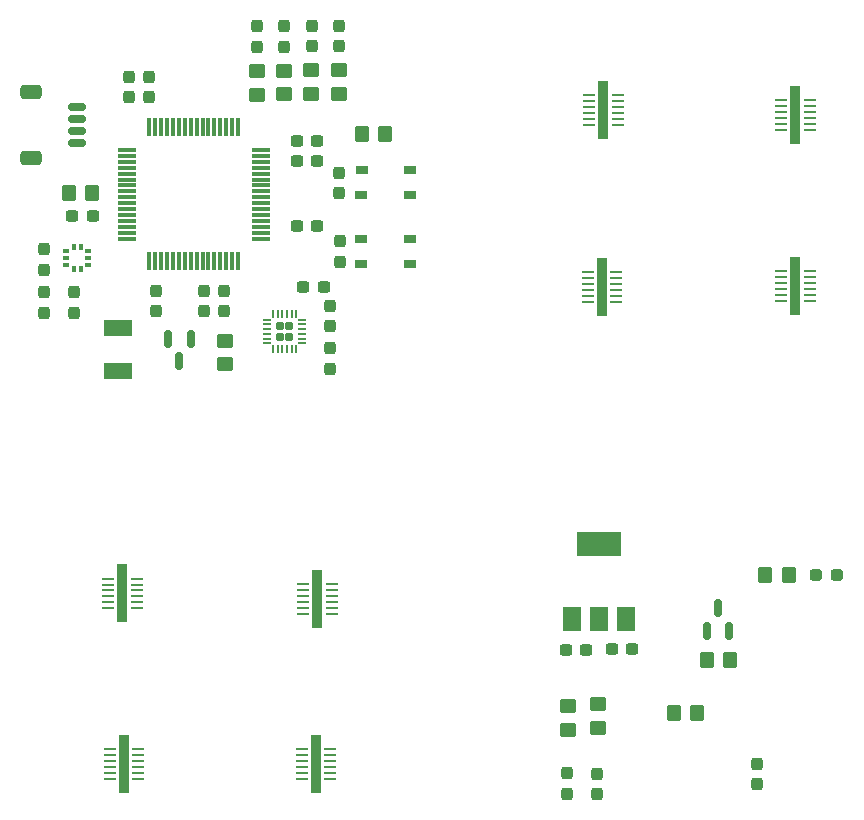
<source format=gtp>
G04 #@! TF.GenerationSoftware,KiCad,Pcbnew,(6.0.7)*
G04 #@! TF.CreationDate,2023-02-21T22:38:56+09:00*
G04 #@! TF.ProjectId,OmniDirectional_UAV,4f6d6e69-4469-4726-9563-74696f6e616c,rev?*
G04 #@! TF.SameCoordinates,Original*
G04 #@! TF.FileFunction,Paste,Top*
G04 #@! TF.FilePolarity,Positive*
%FSLAX46Y46*%
G04 Gerber Fmt 4.6, Leading zero omitted, Abs format (unit mm)*
G04 Created by KiCad (PCBNEW (6.0.7)) date 2023-02-21 22:38:56*
%MOMM*%
%LPD*%
G01*
G04 APERTURE LIST*
G04 Aperture macros list*
%AMRoundRect*
0 Rectangle with rounded corners*
0 $1 Rounding radius*
0 $2 $3 $4 $5 $6 $7 $8 $9 X,Y pos of 4 corners*
0 Add a 4 corners polygon primitive as box body*
4,1,4,$2,$3,$4,$5,$6,$7,$8,$9,$2,$3,0*
0 Add four circle primitives for the rounded corners*
1,1,$1+$1,$2,$3*
1,1,$1+$1,$4,$5*
1,1,$1+$1,$6,$7*
1,1,$1+$1,$8,$9*
0 Add four rect primitives between the rounded corners*
20,1,$1+$1,$2,$3,$4,$5,0*
20,1,$1+$1,$4,$5,$6,$7,0*
20,1,$1+$1,$6,$7,$8,$9,0*
20,1,$1+$1,$8,$9,$2,$3,0*%
%AMFreePoly0*
4,1,14,0.266715,0.088284,0.363284,-0.008285,0.375000,-0.036569,0.375000,-0.060000,0.363284,-0.088284,0.335000,-0.100000,-0.335000,-0.100000,-0.363284,-0.088284,-0.375000,-0.060000,-0.375000,0.060000,-0.363284,0.088284,-0.335000,0.100000,0.238431,0.100000,0.266715,0.088284,0.266715,0.088284,$1*%
%AMFreePoly1*
4,1,14,0.363284,0.088284,0.375000,0.060000,0.375000,0.036569,0.363284,0.008285,0.266715,-0.088284,0.238431,-0.100000,-0.335000,-0.100000,-0.363284,-0.088284,-0.375000,-0.060000,-0.375000,0.060000,-0.363284,0.088284,-0.335000,0.100000,0.335000,0.100000,0.363284,0.088284,0.363284,0.088284,$1*%
%AMFreePoly2*
4,1,14,0.088284,0.363284,0.100000,0.335000,0.100000,-0.335000,0.088284,-0.363284,0.060000,-0.375000,-0.060000,-0.375000,-0.088284,-0.363284,-0.100000,-0.335000,-0.100000,0.238431,-0.088284,0.266715,0.008285,0.363284,0.036569,0.375000,0.060000,0.375000,0.088284,0.363284,0.088284,0.363284,$1*%
%AMFreePoly3*
4,1,14,-0.008285,0.363284,0.088284,0.266715,0.100000,0.238431,0.100000,-0.335000,0.088284,-0.363284,0.060000,-0.375000,-0.060000,-0.375000,-0.088284,-0.363284,-0.100000,-0.335000,-0.100000,0.335000,-0.088284,0.363284,-0.060000,0.375000,-0.036569,0.375000,-0.008285,0.363284,-0.008285,0.363284,$1*%
%AMFreePoly4*
4,1,14,0.363284,0.088284,0.375000,0.060000,0.375000,-0.060000,0.363284,-0.088284,0.335000,-0.100000,-0.238431,-0.100000,-0.266715,-0.088284,-0.363284,0.008285,-0.375000,0.036569,-0.375000,0.060000,-0.363284,0.088284,-0.335000,0.100000,0.335000,0.100000,0.363284,0.088284,0.363284,0.088284,$1*%
%AMFreePoly5*
4,1,14,0.363284,0.088284,0.375000,0.060000,0.375000,-0.060000,0.363284,-0.088284,0.335000,-0.100000,-0.335000,-0.100000,-0.363284,-0.088284,-0.375000,-0.060000,-0.375000,-0.036569,-0.363284,-0.008285,-0.266715,0.088284,-0.238431,0.100000,0.335000,0.100000,0.363284,0.088284,0.363284,0.088284,$1*%
%AMFreePoly6*
4,1,14,0.088284,0.363284,0.100000,0.335000,0.100000,-0.238431,0.088284,-0.266715,-0.008285,-0.363284,-0.036569,-0.375000,-0.060000,-0.375000,-0.088284,-0.363284,-0.100000,-0.335000,-0.100000,0.335000,-0.088284,0.363284,-0.060000,0.375000,0.060000,0.375000,0.088284,0.363284,0.088284,0.363284,$1*%
%AMFreePoly7*
4,1,14,0.088284,0.363284,0.100000,0.335000,0.100000,-0.335000,0.088284,-0.363284,0.060000,-0.375000,0.036569,-0.375000,0.008285,-0.363284,-0.088284,-0.266715,-0.100000,-0.238431,-0.100000,0.335000,-0.088284,0.363284,-0.060000,0.375000,0.060000,0.375000,0.088284,0.363284,0.088284,0.363284,$1*%
G04 Aperture macros list end*
%ADD10RoundRect,0.237500X0.237500X-0.300000X0.237500X0.300000X-0.237500X0.300000X-0.237500X-0.300000X0*%
%ADD11R,2.400000X1.450000*%
%ADD12RoundRect,0.150000X-0.150000X0.587500X-0.150000X-0.587500X0.150000X-0.587500X0.150000X0.587500X0*%
%ADD13RoundRect,0.237500X0.300000X0.237500X-0.300000X0.237500X-0.300000X-0.237500X0.300000X-0.237500X0*%
%ADD14R,0.900000X5.000000*%
%ADD15R,1.000000X0.280000*%
%ADD16R,1.050000X0.650000*%
%ADD17RoundRect,0.237500X-0.237500X0.287500X-0.237500X-0.287500X0.237500X-0.287500X0.237500X0.287500X0*%
%ADD18RoundRect,0.250000X-0.350000X-0.450000X0.350000X-0.450000X0.350000X0.450000X-0.350000X0.450000X0*%
%ADD19RoundRect,0.237500X-0.237500X0.300000X-0.237500X-0.300000X0.237500X-0.300000X0.237500X0.300000X0*%
%ADD20RoundRect,0.237500X-0.300000X-0.237500X0.300000X-0.237500X0.300000X0.237500X-0.300000X0.237500X0*%
%ADD21RoundRect,0.250000X-0.450000X0.350000X-0.450000X-0.350000X0.450000X-0.350000X0.450000X0.350000X0*%
%ADD22RoundRect,0.250000X0.450000X-0.350000X0.450000X0.350000X-0.450000X0.350000X-0.450000X-0.350000X0*%
%ADD23RoundRect,0.150000X-0.625000X0.150000X-0.625000X-0.150000X0.625000X-0.150000X0.625000X0.150000X0*%
%ADD24RoundRect,0.250000X-0.650000X0.350000X-0.650000X-0.350000X0.650000X-0.350000X0.650000X0.350000X0*%
%ADD25RoundRect,0.150000X0.150000X-0.587500X0.150000X0.587500X-0.150000X0.587500X-0.150000X-0.587500X0*%
%ADD26RoundRect,0.100000X0.100000X-0.175000X0.100000X0.175000X-0.100000X0.175000X-0.100000X-0.175000X0*%
%ADD27RoundRect,0.100000X0.175000X-0.100000X0.175000X0.100000X-0.175000X0.100000X-0.175000X-0.100000X0*%
%ADD28RoundRect,0.250000X0.350000X0.450000X-0.350000X0.450000X-0.350000X-0.450000X0.350000X-0.450000X0*%
%ADD29RoundRect,0.075000X0.075000X-0.700000X0.075000X0.700000X-0.075000X0.700000X-0.075000X-0.700000X0*%
%ADD30RoundRect,0.075000X0.700000X-0.075000X0.700000X0.075000X-0.700000X0.075000X-0.700000X-0.075000X0*%
%ADD31R,3.800000X2.000000*%
%ADD32R,1.500000X2.000000*%
%ADD33RoundRect,0.237500X0.287500X0.237500X-0.287500X0.237500X-0.287500X-0.237500X0.287500X-0.237500X0*%
%ADD34RoundRect,0.160000X0.160000X-0.195000X0.160000X0.195000X-0.160000X0.195000X-0.160000X-0.195000X0*%
%ADD35FreePoly0,90.000000*%
%ADD36RoundRect,0.050000X0.050000X-0.325000X0.050000X0.325000X-0.050000X0.325000X-0.050000X-0.325000X0*%
%ADD37FreePoly1,90.000000*%
%ADD38FreePoly2,90.000000*%
%ADD39RoundRect,0.050000X0.325000X-0.050000X0.325000X0.050000X-0.325000X0.050000X-0.325000X-0.050000X0*%
%ADD40FreePoly3,90.000000*%
%ADD41FreePoly4,90.000000*%
%ADD42FreePoly5,90.000000*%
%ADD43FreePoly6,90.000000*%
%ADD44FreePoly7,90.000000*%
G04 APERTURE END LIST*
D10*
X171875000Y-122787500D03*
X171875000Y-124512500D03*
D11*
X117801900Y-85855100D03*
X117801900Y-89505100D03*
D12*
X123919000Y-86842600D03*
X122019000Y-86842600D03*
X122969000Y-88717600D03*
D13*
X159562500Y-113099100D03*
X161287500Y-113099100D03*
D14*
X158872000Y-67420100D03*
D15*
X160072000Y-66170100D03*
X160072000Y-66670100D03*
X160072000Y-67170100D03*
X160072000Y-67670100D03*
X160072000Y-68170100D03*
X160072000Y-68670100D03*
X157672000Y-68670100D03*
X157672000Y-68170100D03*
X157672000Y-67670100D03*
X157672000Y-67170100D03*
X157672000Y-66670100D03*
X157672000Y-66170100D03*
D16*
X142506000Y-78325100D03*
X138356000Y-78325100D03*
X138356000Y-80475100D03*
X142481000Y-80475100D03*
D14*
X158720700Y-82406100D03*
D15*
X159920700Y-81156100D03*
X159920700Y-81656100D03*
X159920700Y-82156100D03*
X159920700Y-82656100D03*
X159920700Y-83156100D03*
X159920700Y-83656100D03*
X157520700Y-83656100D03*
X157520700Y-83156100D03*
X157520700Y-82656100D03*
X157520700Y-82156100D03*
X157520700Y-81656100D03*
X157520700Y-81156100D03*
D17*
X134194000Y-60305100D03*
X134194000Y-62055100D03*
D18*
X174575000Y-106824100D03*
X172575000Y-106824100D03*
D19*
X126769000Y-82767600D03*
X126769000Y-84492600D03*
D18*
X166825000Y-118499100D03*
X164825000Y-118499100D03*
X138415000Y-69494100D03*
X140415000Y-69494100D03*
D17*
X129519000Y-60355100D03*
X129519000Y-62105100D03*
D14*
X134554300Y-122830100D03*
D15*
X133354300Y-124080100D03*
X133354300Y-123580100D03*
X133354300Y-123080100D03*
X133354300Y-122580100D03*
X133354300Y-122080100D03*
X133354300Y-121580100D03*
X135754300Y-121580100D03*
X135754300Y-122080100D03*
X135754300Y-122580100D03*
X135754300Y-123080100D03*
X135754300Y-123580100D03*
X135754300Y-124080100D03*
D19*
X136519000Y-72745600D03*
X136519000Y-74470600D03*
D20*
X132906500Y-70055100D03*
X134631500Y-70055100D03*
D10*
X120369000Y-66367600D03*
X120369000Y-64642600D03*
D17*
X131794000Y-60330100D03*
X131794000Y-62080100D03*
D20*
X132906500Y-71755100D03*
X134631500Y-71755100D03*
D10*
X125044000Y-84467600D03*
X125044000Y-82742600D03*
D21*
X126844000Y-86955100D03*
X126844000Y-88955100D03*
D20*
X132906500Y-77280100D03*
X134631500Y-77280100D03*
D22*
X158425000Y-117724100D03*
X158425000Y-119724100D03*
D14*
X118249700Y-122830100D03*
D15*
X119449700Y-121580100D03*
X119449700Y-122080100D03*
X119449700Y-122580100D03*
X119449700Y-123080100D03*
X119449700Y-123580100D03*
X119449700Y-124080100D03*
X117049700Y-124080100D03*
X117049700Y-123580100D03*
X117049700Y-123080100D03*
X117049700Y-122580100D03*
X117049700Y-122080100D03*
X117049700Y-121580100D03*
D10*
X155800000Y-123611600D03*
X155800000Y-125336600D03*
X111514000Y-80967600D03*
X111514000Y-79242600D03*
D14*
X175128000Y-67878100D03*
D15*
X173928000Y-69128100D03*
X173928000Y-68628100D03*
X173928000Y-68128100D03*
X173928000Y-67628100D03*
X173928000Y-67128100D03*
X173928000Y-66628100D03*
X176328000Y-66628100D03*
X176328000Y-67128100D03*
X176328000Y-67628100D03*
X176328000Y-68128100D03*
X176328000Y-68628100D03*
X176328000Y-69128100D03*
D23*
X114294000Y-67205100D03*
X114294000Y-68205100D03*
X114294000Y-69205100D03*
X114294000Y-70205100D03*
D24*
X110419000Y-65905100D03*
X110419000Y-71505100D03*
D22*
X131794000Y-66105100D03*
X131794000Y-64105100D03*
D14*
X118147000Y-108368100D03*
D15*
X119347000Y-107118100D03*
X119347000Y-107618100D03*
X119347000Y-108118100D03*
X119347000Y-108618100D03*
X119347000Y-109118100D03*
X119347000Y-109618100D03*
X116947000Y-109618100D03*
X116947000Y-109118100D03*
X116947000Y-108618100D03*
X116947000Y-108118100D03*
X116947000Y-107618100D03*
X116947000Y-107118100D03*
D25*
X168575000Y-109636600D03*
X169525000Y-111511600D03*
X167625000Y-111511600D03*
D26*
X114019000Y-80905100D03*
X114619000Y-80905100D03*
D27*
X115244000Y-80580100D03*
X115244000Y-79980100D03*
X115244000Y-79380100D03*
D26*
X114619000Y-79055100D03*
X114019000Y-79055100D03*
D27*
X113394000Y-79380100D03*
X113394000Y-79980100D03*
X113394000Y-80580100D03*
D10*
X136581000Y-80287600D03*
X136581000Y-78562600D03*
D28*
X167600000Y-114024100D03*
X169600000Y-114024100D03*
D22*
X155875000Y-117899100D03*
X155875000Y-119899100D03*
D10*
X111509000Y-84592600D03*
X111509000Y-82867600D03*
D20*
X133462500Y-82388700D03*
X135187500Y-82388700D03*
X157387500Y-113149100D03*
X155662500Y-113149100D03*
D10*
X114019000Y-84592600D03*
X114019000Y-82867600D03*
D22*
X129519000Y-66130100D03*
X129519000Y-64130100D03*
D10*
X118694000Y-66367600D03*
X118694000Y-64642600D03*
D17*
X136519000Y-60305100D03*
X136519000Y-62055100D03*
D14*
X175128000Y-82333100D03*
D15*
X173928000Y-83583100D03*
X173928000Y-83083100D03*
X173928000Y-82583100D03*
X173928000Y-82083100D03*
X173928000Y-81583100D03*
X173928000Y-81083100D03*
X176328000Y-81083100D03*
X176328000Y-81583100D03*
X176328000Y-82083100D03*
X176328000Y-82583100D03*
X176328000Y-83083100D03*
X176328000Y-83583100D03*
D10*
X158300000Y-123634600D03*
X158300000Y-125359600D03*
D14*
X134657000Y-108860100D03*
D15*
X133457000Y-110110100D03*
X133457000Y-109610100D03*
X133457000Y-109110100D03*
X133457000Y-108610100D03*
X133457000Y-108110100D03*
X133457000Y-107610100D03*
X135857000Y-107610100D03*
X135857000Y-108110100D03*
X135857000Y-108610100D03*
X135857000Y-109110100D03*
X135857000Y-109610100D03*
X135857000Y-110110100D03*
D16*
X142519000Y-74633100D03*
X138369000Y-74633100D03*
X142519000Y-72483100D03*
X138394000Y-72483100D03*
D29*
X120425000Y-80249100D03*
X120925000Y-80249100D03*
X121425000Y-80249100D03*
X121925000Y-80249100D03*
X122425000Y-80249100D03*
X122925000Y-80249100D03*
X123425000Y-80249100D03*
X123925000Y-80249100D03*
X124425000Y-80249100D03*
X124925000Y-80249100D03*
X125425000Y-80249100D03*
X125925000Y-80249100D03*
X126425000Y-80249100D03*
X126925000Y-80249100D03*
X127425000Y-80249100D03*
X127925000Y-80249100D03*
D30*
X129850000Y-78324100D03*
X129850000Y-77824100D03*
X129850000Y-77324100D03*
X129850000Y-76824100D03*
X129850000Y-76324100D03*
X129850000Y-75824100D03*
X129850000Y-75324100D03*
X129850000Y-74824100D03*
X129850000Y-74324100D03*
X129850000Y-73824100D03*
X129850000Y-73324100D03*
X129850000Y-72824100D03*
X129850000Y-72324100D03*
X129850000Y-71824100D03*
X129850000Y-71324100D03*
X129850000Y-70824100D03*
D29*
X127925000Y-68899100D03*
X127425000Y-68899100D03*
X126925000Y-68899100D03*
X126425000Y-68899100D03*
X125925000Y-68899100D03*
X125425000Y-68899100D03*
X124925000Y-68899100D03*
X124425000Y-68899100D03*
X123925000Y-68899100D03*
X123425000Y-68899100D03*
X122925000Y-68899100D03*
X122425000Y-68899100D03*
X121925000Y-68899100D03*
X121425000Y-68899100D03*
X120925000Y-68899100D03*
X120425000Y-68899100D03*
D30*
X118500000Y-70824100D03*
X118500000Y-71324100D03*
X118500000Y-71824100D03*
X118500000Y-72324100D03*
X118500000Y-72824100D03*
X118500000Y-73324100D03*
X118500000Y-73824100D03*
X118500000Y-74324100D03*
X118500000Y-74824100D03*
X118500000Y-75324100D03*
X118500000Y-75824100D03*
X118500000Y-76324100D03*
X118500000Y-76824100D03*
X118500000Y-77324100D03*
X118500000Y-77824100D03*
X118500000Y-78324100D03*
D31*
X158475000Y-104224100D03*
D32*
X160775000Y-110524100D03*
X158475000Y-110524100D03*
X156175000Y-110524100D03*
D10*
X135700000Y-85751200D03*
X135700000Y-84026200D03*
D28*
X115594000Y-74455100D03*
X113594000Y-74455100D03*
D33*
X176900000Y-106824100D03*
X178650000Y-106824100D03*
D22*
X136519000Y-66080100D03*
X136519000Y-64080100D03*
D19*
X120944000Y-82767600D03*
X120944000Y-84492600D03*
D34*
X132275000Y-86628700D03*
X131475000Y-85748700D03*
X132275000Y-85748700D03*
X131475000Y-86628700D03*
D35*
X130875000Y-87688700D03*
D36*
X131275000Y-87688700D03*
X131675000Y-87688700D03*
X132075000Y-87688700D03*
X132475000Y-87688700D03*
D37*
X132875000Y-87688700D03*
D38*
X133375000Y-87188700D03*
D39*
X133375000Y-86788700D03*
X133375000Y-86388700D03*
X133375000Y-85988700D03*
X133375000Y-85588700D03*
D40*
X133375000Y-85188700D03*
D41*
X132875000Y-84688700D03*
D36*
X132475000Y-84688700D03*
X132075000Y-84688700D03*
X131675000Y-84688700D03*
X131275000Y-84688700D03*
D42*
X130875000Y-84688700D03*
D43*
X130375000Y-85188700D03*
D39*
X130375000Y-85588700D03*
X130375000Y-85988700D03*
X130375000Y-86388700D03*
X130375000Y-86788700D03*
D44*
X130375000Y-87188700D03*
D19*
X135700000Y-87626200D03*
X135700000Y-89351200D03*
D13*
X115631500Y-76405100D03*
X113906500Y-76405100D03*
D22*
X134119000Y-66080100D03*
X134119000Y-64080100D03*
M02*

</source>
